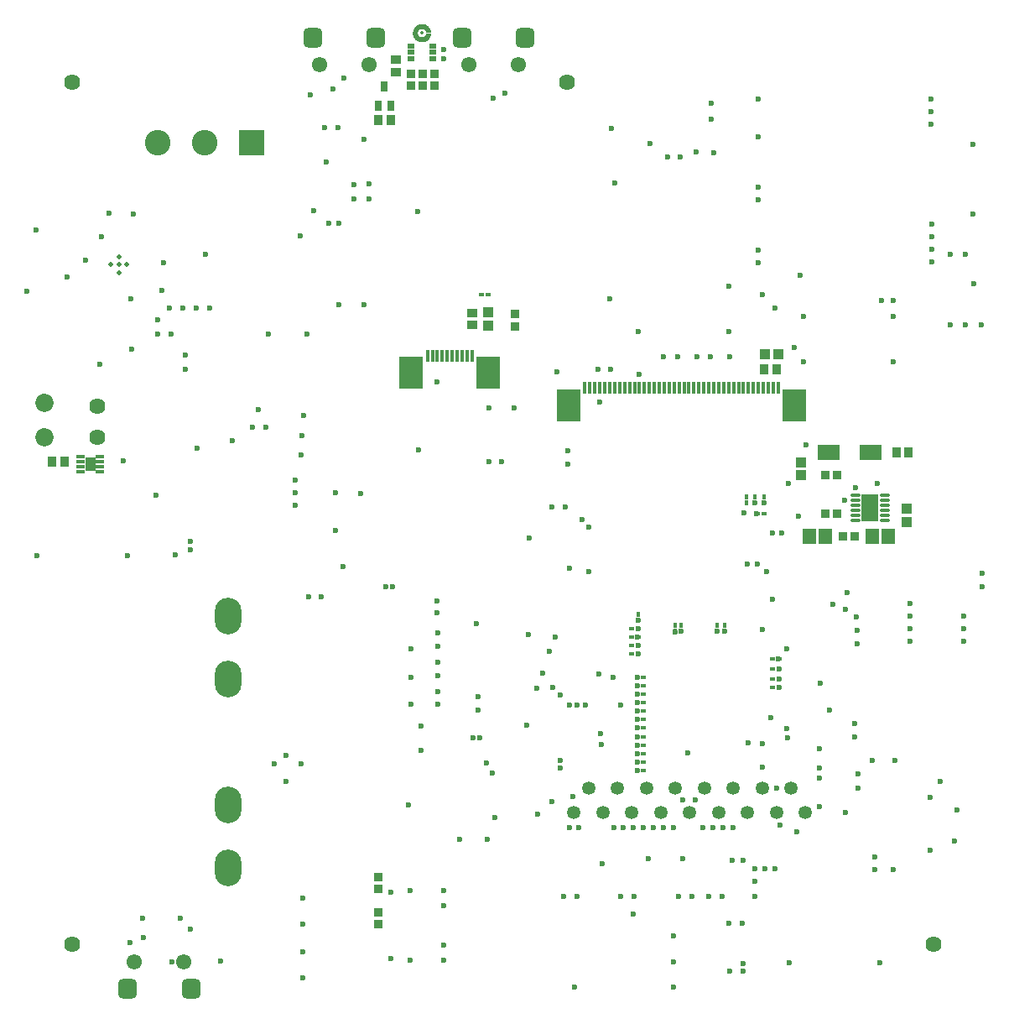
<source format=gbs>
G04*
G04 #@! TF.GenerationSoftware,Altium Limited,Altium Designer,20.2.5 (213)*
G04*
G04 Layer_Color=16711935*
%FSLAX25Y25*%
%MOIN*%
G70*
G04*
G04 #@! TF.SameCoordinates,0EDA941F-9717-4D80-9818-445CF3A130AC*
G04*
G04*
G04 #@! TF.FilePolarity,Negative*
G04*
G01*
G75*
%ADD23R,0.03740X0.03347*%
%ADD24R,0.03150X0.03937*%
%ADD25R,0.03937X0.03543*%
%ADD30R,0.03543X0.03937*%
%ADD35R,0.01778X0.02132*%
%ADD36R,0.03347X0.03740*%
%ADD37R,0.03937X0.04331*%
%ADD41C,0.05315*%
%ADD42R,0.02132X0.01778*%
%ADD43R,0.04331X0.03937*%
%ADD73R,0.05512X0.05906*%
G04:AMPARAMS|DCode=74|XSize=74.8mil|YSize=78.74mil|CornerRadius=19.68mil|HoleSize=0mil|Usage=FLASHONLY|Rotation=180.000|XOffset=0mil|YOffset=0mil|HoleType=Round|Shape=RoundedRectangle|*
%AMROUNDEDRECTD74*
21,1,0.07480,0.03937,0,0,180.0*
21,1,0.03543,0.07874,0,0,180.0*
1,1,0.03937,-0.01772,0.01968*
1,1,0.03937,0.01772,0.01968*
1,1,0.03937,0.01772,-0.01968*
1,1,0.03937,-0.01772,-0.01968*
%
%ADD74ROUNDEDRECTD74*%
%ADD75C,0.06102*%
%ADD76C,0.01378*%
%ADD77C,0.07284*%
%ADD78R,0.10138X0.10138*%
%ADD79C,0.10138*%
%ADD80C,0.01968*%
%ADD81C,0.00394*%
%ADD82C,0.06394*%
%ADD83C,0.02362*%
%ADD161R,0.01575X0.04724*%
%ADD162R,0.09449X0.12598*%
%ADD163R,0.08740X0.06299*%
%ADD164R,0.03543X0.04331*%
%ADD165R,0.07087X0.11024*%
G04:AMPARAMS|DCode=166|XSize=38.58mil|YSize=14.57mil|CornerRadius=3.3mil|HoleSize=0mil|Usage=FLASHONLY|Rotation=0.000|XOffset=0mil|YOffset=0mil|HoleType=Round|Shape=RoundedRectangle|*
%AMROUNDEDRECTD166*
21,1,0.03858,0.00797,0,0,0.0*
21,1,0.03199,0.01457,0,0,0.0*
1,1,0.00659,0.01599,-0.00399*
1,1,0.00659,-0.01599,-0.00399*
1,1,0.00659,-0.01599,0.00399*
1,1,0.00659,0.01599,0.00399*
%
%ADD166ROUNDEDRECTD166*%
G04:AMPARAMS|DCode=167|XSize=33.86mil|YSize=14.57mil|CornerRadius=3.3mil|HoleSize=0mil|Usage=FLASHONLY|Rotation=0.000|XOffset=0mil|YOffset=0mil|HoleType=Round|Shape=RoundedRectangle|*
%AMROUNDEDRECTD167*
21,1,0.03386,0.00797,0,0,0.0*
21,1,0.02726,0.01457,0,0,0.0*
1,1,0.00659,0.01363,-0.00399*
1,1,0.00659,-0.01363,-0.00399*
1,1,0.00659,-0.01363,0.00399*
1,1,0.00659,0.01363,0.00399*
%
%ADD167ROUNDEDRECTD167*%
%ADD168R,0.03937X0.05512*%
%ADD169R,0.02756X0.01968*%
%ADD170O,0.10642X0.14580*%
G36*
X909200Y910363D02*
X909389Y910378D01*
X909578Y910403D01*
X909765Y910438D01*
X909950Y910482D01*
X910132Y910536D01*
X910311Y910600D01*
X910487Y910672D01*
X910659Y910754D01*
X910826Y910845D01*
X910988Y910944D01*
X911145Y911052D01*
X911296Y911168D01*
X911440Y911291D01*
X911578Y911422D01*
X911709Y911560D01*
X911832Y911705D01*
X911948Y911855D01*
X912056Y912012D01*
X912155Y912174D01*
X912246Y912341D01*
X912328Y912513D01*
X912401Y912689D01*
X912464Y912868D01*
X912518Y913050D01*
X912562Y913235D01*
X912597Y913422D01*
X912622Y913610D01*
X912637Y913800D01*
X912642Y913980D01*
X910673D01*
X910671Y913903D01*
X910664Y913816D01*
X910653Y913730D01*
X910637Y913644D01*
X910617Y913560D01*
X910592Y913476D01*
X910563Y913394D01*
X910529Y913314D01*
X910492Y913235D01*
X910450Y913159D01*
X910405Y913084D01*
X910356Y913012D01*
X910303Y912943D01*
X910246Y912877D01*
X910186Y912814D01*
X910123Y912754D01*
X910057Y912697D01*
X909988Y912644D01*
X909916Y912595D01*
X909842Y912550D01*
X909765Y912508D01*
X909686Y912471D01*
X909606Y912437D01*
X909524Y912408D01*
X909440Y912383D01*
X909356Y912363D01*
X909270Y912347D01*
X909184Y912336D01*
X909097Y912329D01*
X909000Y912327D01*
X908912Y912329D01*
X908825Y912336D01*
X908738Y912347D01*
X908652Y912363D01*
X908567Y912384D01*
X908483Y912409D01*
X908400Y912438D01*
X908319Y912471D01*
X908240Y912509D01*
X908163Y912551D01*
X908089Y912597D01*
X908016Y912646D01*
X907947Y912700D01*
X907880Y912757D01*
X907817Y912817D01*
X907757Y912880D01*
X907700Y912947D01*
X907646Y913017D01*
X907597Y913089D01*
X907551Y913163D01*
X907509Y913240D01*
X907471Y913319D01*
X907438Y913400D01*
X907409Y913483D01*
X907384Y913567D01*
X907363Y913652D01*
X907347Y913738D01*
X907336Y913825D01*
X907329Y913912D01*
X907327Y914000D01*
X907329Y914088D01*
X907336Y914175D01*
X907347Y914262D01*
X907363Y914348D01*
X907384Y914433D01*
X907409Y914517D01*
X907438Y914600D01*
X907471Y914681D01*
X907509Y914760D01*
X907551Y914837D01*
X907597Y914911D01*
X907646Y914983D01*
X907700Y915053D01*
X907757Y915120D01*
X907817Y915183D01*
X907880Y915243D01*
X907947Y915300D01*
X908016Y915354D01*
X908089Y915403D01*
X908163Y915449D01*
X908240Y915491D01*
X908319Y915529D01*
X908400Y915562D01*
X908483Y915591D01*
X908567Y915616D01*
X908652Y915637D01*
X908738Y915653D01*
X908825Y915664D01*
X908912Y915671D01*
X909000Y915673D01*
X909097Y915671D01*
X909184Y915664D01*
X909270Y915653D01*
X909356Y915637D01*
X909440Y915617D01*
X909524Y915592D01*
X909606Y915563D01*
X909686Y915529D01*
X909765Y915492D01*
X909842Y915450D01*
X909916Y915405D01*
X909988Y915356D01*
X910057Y915303D01*
X910123Y915246D01*
X910186Y915186D01*
X910246Y915123D01*
X910303Y915057D01*
X910356Y914988D01*
X910405Y914916D01*
X910450Y914841D01*
X910492Y914765D01*
X910529Y914686D01*
X910563Y914606D01*
X910592Y914524D01*
X910617Y914440D01*
X910637Y914356D01*
X910653Y914270D01*
X910664Y914184D01*
X910671Y914097D01*
X910673Y914020D01*
X912642D01*
X912637Y914200D01*
X912622Y914390D01*
X912597Y914578D01*
X912562Y914765D01*
X912518Y914950D01*
X912464Y915132D01*
X912401Y915311D01*
X912328Y915487D01*
X912246Y915659D01*
X912155Y915826D01*
X912056Y915988D01*
X911948Y916145D01*
X911832Y916296D01*
X911709Y916440D01*
X911578Y916578D01*
X911440Y916709D01*
X911296Y916832D01*
X911145Y916948D01*
X910988Y917056D01*
X910826Y917155D01*
X910659Y917246D01*
X910487Y917328D01*
X910311Y917400D01*
X910132Y917464D01*
X909950Y917518D01*
X909765Y917562D01*
X909578Y917597D01*
X909389Y917622D01*
X909200Y917637D01*
X909000Y917642D01*
X908809Y917637D01*
X908619Y917622D01*
X908430Y917597D01*
X908243Y917562D01*
X908057Y917518D01*
X907875Y917463D01*
X907695Y917400D01*
X907519Y917327D01*
X907347Y917245D01*
X907179Y917154D01*
X907017Y917054D01*
X906859Y916946D01*
X906708Y916830D01*
X906563Y916706D01*
X906425Y916575D01*
X906294Y916437D01*
X906170Y916292D01*
X906054Y916141D01*
X905946Y915983D01*
X905846Y915821D01*
X905755Y915653D01*
X905673Y915481D01*
X905600Y915305D01*
X905536Y915125D01*
X905482Y914942D01*
X905438Y914757D01*
X905403Y914570D01*
X905378Y914381D01*
X905363Y914191D01*
X905358Y914000D01*
X905363Y913809D01*
X905378Y913619D01*
X905403Y913430D01*
X905438Y913243D01*
X905482Y913058D01*
X905536Y912875D01*
X905600Y912695D01*
X905673Y912519D01*
X905755Y912347D01*
X905846Y912179D01*
X905946Y912017D01*
X906054Y911859D01*
X906170Y911708D01*
X906294Y911563D01*
X906425Y911425D01*
X906563Y911294D01*
X906708Y911170D01*
X906859Y911054D01*
X907017Y910946D01*
X907179Y910846D01*
X907347Y910755D01*
X907519Y910673D01*
X907695Y910600D01*
X907875Y910536D01*
X908057Y910482D01*
X908243Y910438D01*
X908430Y910403D01*
X908619Y910378D01*
X908809Y910363D01*
X909000Y910358D01*
X909200Y910363D01*
D02*
G37*
D23*
X946000Y797638D02*
D03*
Y802362D02*
D03*
X909278Y893138D02*
D03*
Y897862D02*
D03*
X914000D02*
D03*
Y893138D02*
D03*
X891500Y578862D02*
D03*
Y574138D02*
D03*
Y560138D02*
D03*
Y564862D02*
D03*
X904500Y893138D02*
D03*
Y897862D02*
D03*
D24*
X896559Y885260D02*
D03*
X891441D02*
D03*
X894000Y892740D02*
D03*
D25*
X928858Y802961D02*
D03*
Y798039D02*
D03*
X898500Y903461D02*
D03*
Y898539D02*
D03*
D30*
X762039Y743902D02*
D03*
X766961D02*
D03*
X1049988Y780333D02*
D03*
X1045067D02*
D03*
X891539Y879500D02*
D03*
X896461D02*
D03*
D35*
X1038000Y729887D02*
D03*
Y727328D02*
D03*
X994779Y680721D02*
D03*
Y683280D02*
D03*
X1041402Y727328D02*
D03*
Y729887D02*
D03*
X1044804D02*
D03*
Y727328D02*
D03*
X1012000Y678899D02*
D03*
Y676340D02*
D03*
X1009500Y678899D02*
D03*
Y676340D02*
D03*
X1026296Y678894D02*
D03*
Y676334D02*
D03*
X1029258Y678899D02*
D03*
Y676340D02*
D03*
D36*
X1069138Y738500D02*
D03*
X1073862D02*
D03*
X1073862Y723000D02*
D03*
X1069138D02*
D03*
X1080862Y714024D02*
D03*
X1076138D02*
D03*
D37*
X1045343Y786500D02*
D03*
X1050657D02*
D03*
D41*
X980907Y604500D02*
D03*
X1049907D02*
D03*
X1061407D02*
D03*
X1038407D02*
D03*
X969407D02*
D03*
X1055657Y614000D02*
D03*
X1044157D02*
D03*
X1032657D02*
D03*
X986657D02*
D03*
X975157D02*
D03*
X1015407Y604500D02*
D03*
X1003907D02*
D03*
X992407D02*
D03*
X1026907D02*
D03*
X1021157Y614000D02*
D03*
X1009657D02*
D03*
X998157D02*
D03*
D42*
X994441Y651370D02*
D03*
X997000D02*
D03*
X994441Y648028D02*
D03*
X997000D02*
D03*
X994441Y627972D02*
D03*
X997000D02*
D03*
X994779Y667472D02*
D03*
X992220D02*
D03*
X1044779Y723000D02*
D03*
X1042220D02*
D03*
X935279Y810000D02*
D03*
X932720D02*
D03*
X997000Y658055D02*
D03*
X994441D02*
D03*
X997000Y654713D02*
D03*
X994441D02*
D03*
X992220Y674157D02*
D03*
X994779D02*
D03*
X992220Y670815D02*
D03*
X994779D02*
D03*
X992220Y677500D02*
D03*
X994779D02*
D03*
X997000Y644685D02*
D03*
X994441D02*
D03*
X997000Y631315D02*
D03*
X994441D02*
D03*
X997000Y634657D02*
D03*
X994441D02*
D03*
X997000Y638000D02*
D03*
X994441D02*
D03*
X997000Y641342D02*
D03*
X994441D02*
D03*
X997000Y621287D02*
D03*
X994441D02*
D03*
X997000Y624630D02*
D03*
X994441D02*
D03*
X1048221Y661500D02*
D03*
X1050780D02*
D03*
X1048221Y657500D02*
D03*
X1050780D02*
D03*
X1048221Y654000D02*
D03*
X1050780D02*
D03*
X1048221Y665500D02*
D03*
X1050780D02*
D03*
D43*
X1059500Y738343D02*
D03*
Y743657D02*
D03*
X1101673Y719890D02*
D03*
Y725205D02*
D03*
X935130Y797843D02*
D03*
Y803158D02*
D03*
D73*
X1087850Y714000D02*
D03*
X1094150D02*
D03*
X1062850Y714024D02*
D03*
X1069150D02*
D03*
D74*
X817161Y534500D02*
D03*
X791965D02*
D03*
X890661Y912220D02*
D03*
X865465D02*
D03*
X924784D02*
D03*
X949980D02*
D03*
D75*
X794721Y545130D02*
D03*
X814406D02*
D03*
X868221Y901591D02*
D03*
X887906D02*
D03*
X947224D02*
D03*
X927539D02*
D03*
D76*
X909000Y914000D02*
D03*
D77*
X759000Y753500D02*
D03*
Y767000D02*
D03*
D78*
X841201Y870500D02*
D03*
D79*
X822500D02*
D03*
X803799D02*
D03*
D80*
X785350Y822000D02*
D03*
X788500Y825150D02*
D03*
X791650Y822000D02*
D03*
X788500Y818850D02*
D03*
Y822000D02*
D03*
D81*
X866500Y680000D02*
D03*
X856500D02*
D03*
Y692500D02*
D03*
X862500Y700000D02*
D03*
X870500D02*
D03*
X876500Y680000D02*
D03*
Y692500D02*
D03*
D82*
X780000Y765799D02*
D03*
Y753594D02*
D03*
X1112409Y552102D02*
D03*
X769890D02*
D03*
Y894610D02*
D03*
X966740Y894610D02*
D03*
D83*
X860972Y746488D02*
D03*
X819732Y749000D02*
D03*
X994779Y680721D02*
D03*
X995409Y778500D02*
D03*
X994779Y667472D02*
D03*
X937322Y888000D02*
D03*
X908524Y629095D02*
D03*
Y638937D02*
D03*
X876000Y806138D02*
D03*
X886000D02*
D03*
X873500Y891740D02*
D03*
X864500Y889461D02*
D03*
X793000Y552870D02*
D03*
X809681Y545130D02*
D03*
X931854Y634016D02*
D03*
X929295D02*
D03*
X1050786Y661591D02*
D03*
X1050780Y657500D02*
D03*
Y654000D02*
D03*
X1020595Y598500D02*
D03*
X1032345Y585328D02*
D03*
X1045201Y582000D02*
D03*
X1066992Y629881D02*
D03*
X1037064Y723406D02*
D03*
X1066921Y618268D02*
D03*
X994779Y670815D02*
D03*
X985000Y658000D02*
D03*
X964000Y622000D02*
D03*
X996972Y598500D02*
D03*
X1058500Y722159D02*
D03*
X1041402Y727328D02*
D03*
X962500Y779500D02*
D03*
X979000Y780500D02*
D03*
X979214Y659500D02*
D03*
X993035Y598500D02*
D03*
X1028500D02*
D03*
X1038500Y632000D02*
D03*
X1048153Y715629D02*
D03*
X1045992Y700295D02*
D03*
X956897Y659922D02*
D03*
X937046Y620236D02*
D03*
X935000Y593823D02*
D03*
X1008784Y598500D02*
D03*
X1038370Y703177D02*
D03*
X1041224Y582000D02*
D03*
X1050740Y665500D02*
D03*
X1081477Y682000D02*
D03*
X1009505Y676267D02*
D03*
X980405Y631631D02*
D03*
X967445Y598500D02*
D03*
X1032452D02*
D03*
X1067016Y606850D02*
D03*
X1047529Y642041D02*
D03*
X950630Y639000D02*
D03*
X960640Y608741D02*
D03*
X985161Y598500D02*
D03*
X1054043Y669449D02*
D03*
X951500Y713500D02*
D03*
X964000Y651000D02*
D03*
X1051371Y599641D02*
D03*
X1054000Y637953D02*
D03*
X1051992Y715629D02*
D03*
X1042314Y703000D02*
D03*
X972500Y720807D02*
D03*
X964000Y625321D02*
D03*
X970750Y647000D02*
D03*
X1014500Y628000D02*
D03*
X994441Y641342D02*
D03*
X1054130Y634008D02*
D03*
X1012000Y676340D02*
D03*
X975116Y717827D02*
D03*
X969407Y604500D02*
D03*
X1077362Y685177D02*
D03*
X984000Y780500D02*
D03*
X959743Y668579D02*
D03*
X954701Y653701D02*
D03*
X954862Y603842D02*
D03*
X937853Y602441D02*
D03*
X980500Y584000D02*
D03*
X1005000Y598500D02*
D03*
X1049177Y582000D02*
D03*
X1038407Y604500D02*
D03*
X1067016Y622205D02*
D03*
X962000Y674000D02*
D03*
X980907Y604620D02*
D03*
X969091Y610709D02*
D03*
X971333Y598500D02*
D03*
X998941Y586279D02*
D03*
X1071049Y645010D02*
D03*
X1042000Y723000D02*
D03*
X951107Y675039D02*
D03*
X979859Y635786D02*
D03*
X1012720Y586279D02*
D03*
X975116Y700000D02*
D03*
X961000Y654000D02*
D03*
X986657Y614120D02*
D03*
X989098Y598500D02*
D03*
X1024713D02*
D03*
X1077000Y728500D02*
D03*
X1067331Y655669D02*
D03*
X1044333Y677323D02*
D03*
X1072231Y687199D02*
D03*
X967445Y701500D02*
D03*
X930500Y679500D02*
D03*
X988000Y647000D02*
D03*
X967500D02*
D03*
X1000909Y598500D02*
D03*
X1044157Y631843D02*
D03*
X1048153Y689000D02*
D03*
X1044804Y727328D02*
D03*
X974000Y647000D02*
D03*
X994441Y621287D02*
D03*
Y634657D02*
D03*
Y631315D02*
D03*
Y658055D02*
D03*
Y651370D02*
D03*
X994480Y654713D02*
D03*
X994441Y648028D02*
D03*
Y644685D02*
D03*
Y638000D02*
D03*
Y627972D02*
D03*
Y624630D02*
D03*
X934518Y624226D02*
D03*
X1111500Y838000D02*
D03*
X1042445Y872906D02*
D03*
Y827905D02*
D03*
X1111343Y882905D02*
D03*
X1042445Y822906D02*
D03*
X1059394Y817984D02*
D03*
X1111500Y833000D02*
D03*
X1111343Y877905D02*
D03*
Y887906D02*
D03*
X1111500Y828000D02*
D03*
X1042445Y852905D02*
D03*
X1111500Y823000D02*
D03*
X1042445Y847906D02*
D03*
Y887906D02*
D03*
X1054500Y735000D02*
D03*
X979661Y767500D02*
D03*
X1061500Y750500D02*
D03*
X1006441Y864709D02*
D03*
X999500Y870122D02*
D03*
X985750Y854593D02*
D03*
X1030913Y813500D02*
D03*
X1119000Y826000D02*
D03*
X1059500Y743657D02*
D03*
X808714Y804726D02*
D03*
X814038D02*
D03*
X819224D02*
D03*
X824575D02*
D03*
X1119000Y798268D02*
D03*
X1125062D02*
D03*
X1058000Y596664D02*
D03*
X967000Y748158D02*
D03*
X945500Y765228D02*
D03*
X965981Y725915D02*
D03*
X960666D02*
D03*
X935500Y743772D02*
D03*
X994740Y674157D02*
D03*
X994852Y677500D02*
D03*
X1077811Y691972D02*
D03*
X915268Y652658D02*
D03*
Y664157D02*
D03*
Y675815D02*
D03*
Y670500D02*
D03*
Y658843D02*
D03*
Y647342D02*
D03*
X931114Y650453D02*
D03*
Y645138D02*
D03*
X1022843Y571000D02*
D03*
X1028158D02*
D03*
X1016158D02*
D03*
X1010843D02*
D03*
X993157D02*
D03*
X987842D02*
D03*
X970658D02*
D03*
X965343D02*
D03*
X1026296Y676374D02*
D03*
X1080907Y639752D02*
D03*
X1082063Y676752D02*
D03*
Y671437D02*
D03*
X1120643Y593051D02*
D03*
X1111000Y589461D02*
D03*
X1089000Y586764D02*
D03*
X1121500Y605642D02*
D03*
X1131500Y694216D02*
D03*
Y699532D02*
D03*
X923854Y593705D02*
D03*
X828862Y545633D02*
D03*
X864000Y690000D02*
D03*
X869000D02*
D03*
X874500Y716500D02*
D03*
Y731500D02*
D03*
X877500Y702000D02*
D03*
X858488Y726500D02*
D03*
Y731500D02*
D03*
Y736500D02*
D03*
X903477Y607491D02*
D03*
X1041224Y577000D02*
D03*
X984157Y876000D02*
D03*
X1024075Y886055D02*
D03*
Y879756D02*
D03*
X1018000Y866677D02*
D03*
X1024980Y866382D02*
D03*
X1011559Y864709D02*
D03*
X1125000Y826000D02*
D03*
X1128087Y842272D02*
D03*
X1127900Y869772D02*
D03*
X1128212Y814402D02*
D03*
X1115000Y616968D02*
D03*
X1131125Y798268D02*
D03*
X755500Y835850D02*
D03*
X752000Y811638D02*
D03*
X768000Y817079D02*
D03*
X781000Y782657D02*
D03*
X793500Y788335D02*
D03*
X793374Y808512D02*
D03*
X806315Y822918D02*
D03*
X805452Y811697D02*
D03*
X822952Y826091D02*
D03*
X784452Y842394D02*
D03*
X794199Y842110D02*
D03*
X847882Y794539D02*
D03*
X863118D02*
D03*
X844000Y764638D02*
D03*
X809303Y794500D02*
D03*
X803988D02*
D03*
X815000Y786000D02*
D03*
Y780500D02*
D03*
X803988Y800000D02*
D03*
X847000Y757500D02*
D03*
X841500Y757512D02*
D03*
X833500Y752157D02*
D03*
X915000Y683695D02*
D03*
X878000Y896000D02*
D03*
X882047Y848047D02*
D03*
Y853953D02*
D03*
X860492Y833638D02*
D03*
X866000Y843638D02*
D03*
X871000Y862811D02*
D03*
X875528Y876500D02*
D03*
X870213D02*
D03*
X872000Y838500D02*
D03*
X876000D02*
D03*
X898500Y903461D02*
D03*
X904768Y906402D02*
D03*
X898500Y898539D02*
D03*
X904500Y893138D02*
D03*
X917500Y903843D02*
D03*
Y907500D02*
D03*
X914000Y897862D02*
D03*
X915000Y775500D02*
D03*
X1096260Y581941D02*
D03*
X1089000Y581843D02*
D03*
X896461Y879500D02*
D03*
X887953Y848047D02*
D03*
Y854084D02*
D03*
X915000Y688500D02*
D03*
X1077366Y604488D02*
D03*
X1036756Y544575D02*
D03*
Y541425D02*
D03*
X1031244D02*
D03*
X1030842Y560500D02*
D03*
X1036158D02*
D03*
X909396Y893103D02*
D03*
X1082200Y619739D02*
D03*
X1091450Y807917D02*
D03*
X1096413Y801358D02*
D03*
X1096372Y807917D02*
D03*
X1096413Y783642D02*
D03*
X983500Y808539D02*
D03*
X1124228Y672500D02*
D03*
X1102772Y687500D02*
D03*
X1124228Y677500D02*
D03*
X1102772D02*
D03*
Y672500D02*
D03*
X1080907Y634437D02*
D03*
X1088000Y625000D02*
D03*
X1097055D02*
D03*
X1009000Y555500D02*
D03*
Y535000D02*
D03*
Y545250D02*
D03*
X969658Y535000D02*
D03*
X861500Y538750D02*
D03*
Y549000D02*
D03*
Y560000D02*
D03*
X904500Y658000D02*
D03*
Y647500D02*
D03*
Y669500D02*
D03*
X791913Y706642D02*
D03*
X756087D02*
D03*
X816953Y712272D02*
D03*
Y708728D02*
D03*
X885984Y871758D02*
D03*
X891378Y879494D02*
D03*
X777122Y742917D02*
D03*
X762060Y743881D02*
D03*
X775190Y823813D02*
D03*
X781521Y833159D02*
D03*
X1044221Y810279D02*
D03*
X1049354Y804720D02*
D03*
X1036672Y585328D02*
D03*
X854862Y616685D02*
D03*
X850138Y623772D02*
D03*
X811000Y706843D02*
D03*
X790358Y744119D02*
D03*
X854855Y627206D02*
D03*
X803227Y730365D02*
D03*
X861500Y570500D02*
D03*
X861000Y623763D02*
D03*
X861169Y754000D02*
D03*
X861957Y762000D02*
D03*
X992862Y564000D02*
D03*
X1082118Y614323D02*
D03*
X1102772Y682500D02*
D03*
X1060587Y801358D02*
D03*
Y783642D02*
D03*
X914000Y893138D02*
D03*
X935130Y797843D02*
D03*
Y803158D02*
D03*
X1041224Y571000D02*
D03*
X1111000Y610500D02*
D03*
X896522Y546493D02*
D03*
X904405Y545979D02*
D03*
X917595D02*
D03*
Y567646D02*
D03*
Y551687D02*
D03*
Y573354D02*
D03*
X904405D02*
D03*
X896522Y572850D02*
D03*
X891500Y574138D02*
D03*
X1015407Y604620D02*
D03*
X1049907Y614120D02*
D03*
X1017500Y609500D02*
D03*
X891500Y564862D02*
D03*
X1012500Y609500D02*
D03*
X1032657Y614120D02*
D03*
X1044157Y622389D02*
D03*
X1054992Y544762D02*
D03*
X1090819D02*
D03*
X935500Y765228D02*
D03*
X942000Y890000D02*
D03*
X1031392Y785453D02*
D03*
X1023672D02*
D03*
X1018357D02*
D03*
X1010658D02*
D03*
X1004842D02*
D03*
X995087Y795642D02*
D03*
X1030913D02*
D03*
X940500Y743772D02*
D03*
X967000Y742842D02*
D03*
X907473Y748500D02*
D03*
X1102421Y747500D02*
D03*
X1062850Y714024D02*
D03*
X1069138Y723000D02*
D03*
X1081173Y733500D02*
D03*
X1124228Y682500D02*
D03*
X1087850Y714000D02*
D03*
X1101673Y719890D02*
D03*
X1029258Y676379D02*
D03*
X1045000Y786500D02*
D03*
X1057000Y789000D02*
D03*
X897279Y694000D02*
D03*
X884500Y731008D02*
D03*
X1090000Y735000D02*
D03*
X894720Y694000D02*
D03*
X907236Y843086D02*
D03*
X817000Y558000D02*
D03*
X798323Y554740D02*
D03*
X798103Y562577D02*
D03*
X813000D02*
D03*
D161*
X1050528Y773000D02*
D03*
X1048559D02*
D03*
X1046591D02*
D03*
X1044622D02*
D03*
X1042653D02*
D03*
X1040685D02*
D03*
X1038717D02*
D03*
X1036748D02*
D03*
X1034779D02*
D03*
X1032811D02*
D03*
X1030842D02*
D03*
X1028874D02*
D03*
X1026906D02*
D03*
X1024937D02*
D03*
X1022968D02*
D03*
X1021000D02*
D03*
X1019032D02*
D03*
X1017063D02*
D03*
X1015094D02*
D03*
X1013126D02*
D03*
X1011158D02*
D03*
X1009189D02*
D03*
X1007220D02*
D03*
X1005252D02*
D03*
X1003284D02*
D03*
X1001315D02*
D03*
X999347D02*
D03*
X997378D02*
D03*
X995409D02*
D03*
X993441D02*
D03*
X991472D02*
D03*
X989504D02*
D03*
X987535D02*
D03*
X985567D02*
D03*
X983598D02*
D03*
X981630D02*
D03*
X979661D02*
D03*
X977693D02*
D03*
X975724D02*
D03*
X973756D02*
D03*
X928858Y785752D02*
D03*
X926890D02*
D03*
X924921D02*
D03*
X922953D02*
D03*
X920984D02*
D03*
X919016D02*
D03*
X917047D02*
D03*
X915079D02*
D03*
X913110D02*
D03*
X911142D02*
D03*
D162*
X1057102Y766307D02*
D03*
X967181D02*
D03*
X935433Y779059D02*
D03*
X904567D02*
D03*
D163*
X1087327Y747500D02*
D03*
X1070673D02*
D03*
D164*
X1097500D02*
D03*
X1102421D02*
D03*
D165*
X1087000Y725500D02*
D03*
D166*
X1092827Y720579D02*
D03*
Y722547D02*
D03*
Y724516D02*
D03*
Y726484D02*
D03*
Y728453D02*
D03*
Y730421D02*
D03*
X1081173D02*
D03*
Y728453D02*
D03*
Y726484D02*
D03*
Y724516D02*
D03*
Y722547D02*
D03*
Y720579D02*
D03*
D167*
X773244Y739965D02*
D03*
Y741933D02*
D03*
Y743902D02*
D03*
Y745870D02*
D03*
X781000D02*
D03*
Y743902D02*
D03*
Y741933D02*
D03*
Y739965D02*
D03*
D168*
X777122Y742917D02*
D03*
D169*
X913232Y903843D02*
D03*
X904768D02*
D03*
X913232Y906402D02*
D03*
X904768D02*
D03*
X913232Y908961D02*
D03*
X904768D02*
D03*
D170*
X831933Y682500D02*
D03*
Y582500D02*
D03*
Y657500D02*
D03*
Y607500D02*
D03*
M02*

</source>
